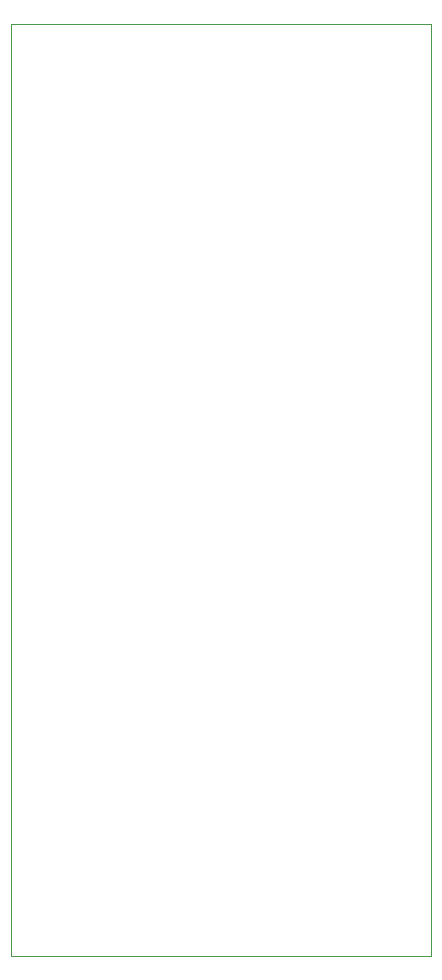
<source format=gm1>
G04 #@! TF.GenerationSoftware,KiCad,Pcbnew,(5.1.7)-1*
G04 #@! TF.CreationDate,2021-06-29T10:42:22+02:00*
G04 #@! TF.ProjectId,TwomesGateway,54776f6d-6573-4476-9174-657761792e6b,rev?*
G04 #@! TF.SameCoordinates,Original*
G04 #@! TF.FileFunction,Profile,NP*
%FSLAX46Y46*%
G04 Gerber Fmt 4.6, Leading zero omitted, Abs format (unit mm)*
G04 Created by KiCad (PCBNEW (5.1.7)-1) date 2021-06-29 10:42:22*
%MOMM*%
%LPD*%
G01*
G04 APERTURE LIST*
G04 #@! TA.AperFunction,Profile*
%ADD10C,0.050000*%
G04 #@! TD*
G04 APERTURE END LIST*
D10*
X66000000Y-65300000D02*
X66000000Y-70750000D01*
X101600000Y-70750000D02*
X101600000Y-65300000D01*
X101600000Y-65300000D02*
X101000000Y-65300000D01*
X101000000Y-144250000D02*
X101600000Y-144250000D01*
X66000000Y-65300000D02*
X101000000Y-65300000D01*
X66000000Y-144250000D02*
X101000000Y-144250000D01*
X101600000Y-144250000D02*
X101600000Y-70750000D01*
X66000000Y-70750000D02*
X66000000Y-144250000D01*
M02*

</source>
